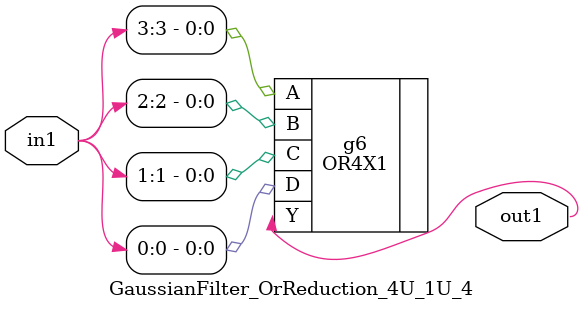
<source format=v>
`timescale 1ps / 1ps


module GaussianFilter_OrReduction_4U_1U_4(in1, out1);
  input [3:0] in1;
  output out1;
  wire [3:0] in1;
  wire out1;
  OR4X1 g6(.A (in1[3]), .B (in1[2]), .C (in1[1]), .D (in1[0]), .Y
       (out1));
endmodule


</source>
